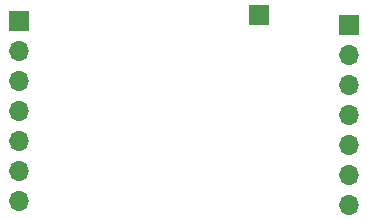
<source format=gbr>
%TF.GenerationSoftware,KiCad,Pcbnew,6.0.5-a6ca702e91~116~ubuntu20.04.1*%
%TF.CreationDate,2022-05-07T22:34:00-05:00*%
%TF.ProjectId,DRF1262T_Shield_v001,44524631-3236-4325-945f-536869656c64,rev?*%
%TF.SameCoordinates,Original*%
%TF.FileFunction,Soldermask,Bot*%
%TF.FilePolarity,Negative*%
%FSLAX46Y46*%
G04 Gerber Fmt 4.6, Leading zero omitted, Abs format (unit mm)*
G04 Created by KiCad (PCBNEW 6.0.5-a6ca702e91~116~ubuntu20.04.1) date 2022-05-07 22:34:00*
%MOMM*%
%LPD*%
G01*
G04 APERTURE LIST*
%ADD10R,1.700000X1.700000*%
%ADD11O,1.700000X1.700000*%
G04 APERTURE END LIST*
D10*
%TO.C,J3*%
X160000000Y-77800000D03*
%TD*%
%TO.C,J1*%
X139700000Y-78300000D03*
D11*
X139700000Y-80840000D03*
X139700000Y-83380000D03*
X139700000Y-85920000D03*
X139700000Y-88460000D03*
X139700000Y-91000000D03*
X139700000Y-93540000D03*
%TD*%
D10*
%TO.C,J2*%
X167640000Y-78600000D03*
D11*
X167640000Y-81140000D03*
X167640000Y-83680000D03*
X167640000Y-86220000D03*
X167640000Y-88760000D03*
X167640000Y-91300000D03*
X167640000Y-93840000D03*
%TD*%
M02*

</source>
